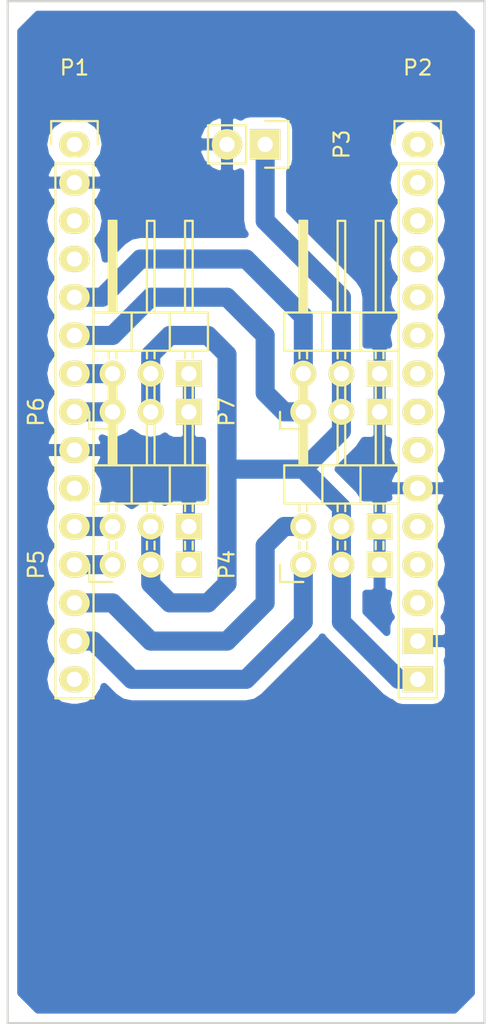
<source format=kicad_pcb>
(kicad_pcb (version 4) (host pcbnew 4.0.0-2.201512062335+6193~38~ubuntu15.04.1-stable)

  (general
    (links 29)
    (no_connects 0)
    (area 79.419667 50.089999 113.620334 118.185001)
    (thickness 1.6)
    (drawings 4)
    (tracks 53)
    (zones 0)
    (modules 7)
    (nets 28)
  )

  (page A4)
  (layers
    (0 F.Cu signal)
    (31 B.Cu signal)
    (32 B.Adhes user)
    (33 F.Adhes user)
    (34 B.Paste user)
    (35 F.Paste user)
    (36 B.SilkS user)
    (37 F.SilkS user)
    (38 B.Mask user)
    (39 F.Mask user)
    (40 Dwgs.User user)
    (41 Cmts.User user)
    (42 Eco1.User user)
    (43 Eco2.User user)
    (44 Edge.Cuts user)
    (45 Margin user)
    (46 B.CrtYd user)
    (47 F.CrtYd user)
    (48 B.Fab user)
    (49 F.Fab user)
  )

  (setup
    (last_trace_width 1.27)
    (trace_clearance 0.762)
    (zone_clearance 0.254)
    (zone_45_only no)
    (trace_min 1.27)
    (segment_width 0.2)
    (edge_width 0.15)
    (via_size 0.6)
    (via_drill 0.4)
    (via_min_size 0.4)
    (via_min_drill 0.3)
    (uvia_size 0.3)
    (uvia_drill 0.1)
    (uvias_allowed no)
    (uvia_min_size 0)
    (uvia_min_drill 0)
    (pcb_text_width 0.3)
    (pcb_text_size 1.5 1.5)
    (mod_edge_width 0.15)
    (mod_text_size 1 1)
    (mod_text_width 0.15)
    (pad_size 2.032 1.7272)
    (pad_drill 1.016)
    (pad_to_mask_clearance 0.2)
    (aux_axis_origin 0 0)
    (visible_elements FFFFFF7F)
    (pcbplotparams
      (layerselection 0x00000_80000000)
      (usegerberextensions false)
      (excludeedgelayer true)
      (linewidth 0.100000)
      (plotframeref false)
      (viasonmask false)
      (mode 1)
      (useauxorigin false)
      (hpglpennumber 1)
      (hpglpenspeed 20)
      (hpglpendiameter 15)
      (hpglpenoverlay 2)
      (psnegative false)
      (psa4output false)
      (plotreference true)
      (plotvalue true)
      (plotinvisibletext false)
      (padsonsilk false)
      (subtractmaskfromsilk false)
      (outputformat 1)
      (mirror false)
      (drillshape 0)
      (scaleselection 1)
      (outputdirectory ""))
  )

  (net 0 "")
  (net 1 "Net-(P1-Pad1)")
  (net 2 GND)
  (net 3 "Net-(P1-Pad3)")
  (net 4 "Net-(P1-Pad4)")
  (net 5 D8)
  (net 6 D7)
  (net 7 D6)
  (net 8 D5)
  (net 9 "Net-(P1-Pad10)")
  (net 10 D4)
  (net 11 D3)
  (net 12 D2)
  (net 13 D1)
  (net 14 "Net-(P1-Pad15)")
  (net 15 "Net-(P2-Pad1)")
  (net 16 "Net-(P2-Pad2)")
  (net 17 "Net-(P2-Pad3)")
  (net 18 "Net-(P2-Pad4)")
  (net 19 "Net-(P2-Pad5)")
  (net 20 "Net-(P2-Pad6)")
  (net 21 "Net-(P2-Pad7)")
  (net 22 "Net-(P2-Pad8)")
  (net 23 "Net-(P2-Pad9)")
  (net 24 "Net-(P2-Pad11)")
  (net 25 "Net-(P2-Pad12)")
  (net 26 "Net-(P2-Pad13)")
  (net 27 V+)

  (net_class Default "This is the default net class."
    (clearance 0.762)
    (trace_width 1.27)
    (via_dia 0.6)
    (via_drill 0.4)
    (uvia_dia 0.3)
    (uvia_drill 0.1)
    (add_net D1)
    (add_net D2)
    (add_net D3)
    (add_net D4)
    (add_net D5)
    (add_net D6)
    (add_net D7)
    (add_net D8)
    (add_net GND)
    (add_net "Net-(P1-Pad1)")
    (add_net "Net-(P1-Pad10)")
    (add_net "Net-(P1-Pad15)")
    (add_net "Net-(P1-Pad3)")
    (add_net "Net-(P1-Pad4)")
    (add_net "Net-(P2-Pad1)")
    (add_net "Net-(P2-Pad11)")
    (add_net "Net-(P2-Pad12)")
    (add_net "Net-(P2-Pad13)")
    (add_net "Net-(P2-Pad2)")
    (add_net "Net-(P2-Pad3)")
    (add_net "Net-(P2-Pad4)")
    (add_net "Net-(P2-Pad5)")
    (add_net "Net-(P2-Pad6)")
    (add_net "Net-(P2-Pad7)")
    (add_net "Net-(P2-Pad8)")
    (add_net "Net-(P2-Pad9)")
    (add_net V+)
  )

  (module Pin_Headers:Pin_Header_Straight_1x15 placed (layer F.Cu) (tedit 5696253D) (tstamp 5693D7B3)
    (at 85.09 59.69)
    (descr "Through hole pin header")
    (tags "pin header")
    (path /5693D00D)
    (fp_text reference P1 (at 0 -5.1) (layer F.SilkS)
      (effects (font (size 1 1) (thickness 0.15)))
    )
    (fp_text value CONN_01X15 (at 0 -3.1) (layer F.Fab)
      (effects (font (size 1 1) (thickness 0.15)))
    )
    (fp_line (start -1.75 -1.75) (end -1.75 37.35) (layer F.CrtYd) (width 0.05))
    (fp_line (start 1.75 -1.75) (end 1.75 37.35) (layer F.CrtYd) (width 0.05))
    (fp_line (start -1.75 -1.75) (end 1.75 -1.75) (layer F.CrtYd) (width 0.05))
    (fp_line (start -1.75 37.35) (end 1.75 37.35) (layer F.CrtYd) (width 0.05))
    (fp_line (start -1.27 1.27) (end -1.27 36.83) (layer F.SilkS) (width 0.15))
    (fp_line (start -1.27 36.83) (end 1.27 36.83) (layer F.SilkS) (width 0.15))
    (fp_line (start 1.27 36.83) (end 1.27 1.27) (layer F.SilkS) (width 0.15))
    (fp_line (start 1.55 -1.55) (end 1.55 0) (layer F.SilkS) (width 0.15))
    (fp_line (start 1.27 1.27) (end -1.27 1.27) (layer F.SilkS) (width 0.15))
    (fp_line (start -1.55 0) (end -1.55 -1.55) (layer F.SilkS) (width 0.15))
    (fp_line (start -1.55 -1.55) (end 1.55 -1.55) (layer F.SilkS) (width 0.15))
    (pad 1 thru_hole oval (at 0 0) (size 2.032 1.7272) (drill 1.016) (layers *.Cu *.Mask F.SilkS)
      (net 1 "Net-(P1-Pad1)"))
    (pad 2 thru_hole oval (at 0 2.54) (size 2.032 1.7272) (drill 1.016) (layers *.Cu *.Mask F.SilkS)
      (net 2 GND))
    (pad 3 thru_hole oval (at 0 5.08) (size 2.032 1.7272) (drill 1.016) (layers *.Cu *.Mask F.SilkS)
      (net 3 "Net-(P1-Pad3)"))
    (pad 4 thru_hole oval (at 0 7.62) (size 2.032 1.7272) (drill 1.016) (layers *.Cu *.Mask F.SilkS)
      (net 4 "Net-(P1-Pad4)"))
    (pad 5 thru_hole oval (at 0 10.16) (size 2.032 1.7272) (drill 1.016) (layers *.Cu *.Mask F.SilkS)
      (net 5 D8))
    (pad 6 thru_hole oval (at 0 12.7) (size 2.032 1.7272) (drill 1.016) (layers *.Cu *.Mask F.SilkS)
      (net 6 D7))
    (pad 7 thru_hole oval (at 0 15.24) (size 2.032 1.7272) (drill 1.016) (layers *.Cu *.Mask F.SilkS)
      (net 7 D6))
    (pad 8 thru_hole oval (at 0 17.78) (size 2.032 1.7272) (drill 1.016) (layers *.Cu *.Mask F.SilkS)
      (net 8 D5))
    (pad 9 thru_hole oval (at 0 20.32) (size 2.032 1.7272) (drill 1.016) (layers *.Cu *.Mask F.SilkS)
      (net 2 GND))
    (pad 10 thru_hole oval (at 0 22.86) (size 2.032 1.7272) (drill 1.016) (layers *.Cu *.Mask F.SilkS)
      (net 9 "Net-(P1-Pad10)"))
    (pad 11 thru_hole oval (at 0 25.4) (size 2.032 1.7272) (drill 1.016) (layers *.Cu *.Mask F.SilkS)
      (net 10 D4))
    (pad 12 thru_hole oval (at 0 27.94) (size 2.032 1.7272) (drill 1.016) (layers *.Cu *.Mask F.SilkS)
      (net 11 D3))
    (pad 13 thru_hole oval (at 0 30.48) (size 2.032 1.7272) (drill 1.016) (layers *.Cu *.Mask F.SilkS)
      (net 12 D2))
    (pad 14 thru_hole oval (at 0 33.02) (size 2.032 1.7272) (drill 1.016) (layers *.Cu *.Mask F.SilkS)
      (net 13 D1))
    (pad 15 thru_hole oval (at 0 35.56) (size 2.032 1.7272) (drill 1.016) (layers *.Cu *.Mask F.SilkS)
      (net 14 "Net-(P1-Pad15)"))
    (model Pin_Headers.3dshapes/Pin_Header_Straight_1x15.wrl
      (at (xyz 0 -0.7 0))
      (scale (xyz 1 1 1))
      (rotate (xyz 0 0 90))
    )
  )

  (module Pin_Headers:Pin_Header_Straight_1x15 placed (layer F.Cu) (tedit 569625D3) (tstamp 5693D7C6)
    (at 107.95 59.69)
    (descr "Through hole pin header")
    (tags "pin header")
    (path /5693D0BB)
    (fp_text reference P2 (at 0 -5.1) (layer F.SilkS)
      (effects (font (size 1 1) (thickness 0.15)))
    )
    (fp_text value CONN_01X15 (at 0 -3.1) (layer F.Fab)
      (effects (font (size 1 1) (thickness 0.15)))
    )
    (fp_line (start -1.75 -1.75) (end -1.75 37.35) (layer F.CrtYd) (width 0.05))
    (fp_line (start 1.75 -1.75) (end 1.75 37.35) (layer F.CrtYd) (width 0.05))
    (fp_line (start -1.75 -1.75) (end 1.75 -1.75) (layer F.CrtYd) (width 0.05))
    (fp_line (start -1.75 37.35) (end 1.75 37.35) (layer F.CrtYd) (width 0.05))
    (fp_line (start -1.27 1.27) (end -1.27 36.83) (layer F.SilkS) (width 0.15))
    (fp_line (start -1.27 36.83) (end 1.27 36.83) (layer F.SilkS) (width 0.15))
    (fp_line (start 1.27 36.83) (end 1.27 1.27) (layer F.SilkS) (width 0.15))
    (fp_line (start 1.55 -1.55) (end 1.55 0) (layer F.SilkS) (width 0.15))
    (fp_line (start 1.27 1.27) (end -1.27 1.27) (layer F.SilkS) (width 0.15))
    (fp_line (start -1.55 0) (end -1.55 -1.55) (layer F.SilkS) (width 0.15))
    (fp_line (start -1.55 -1.55) (end 1.55 -1.55) (layer F.SilkS) (width 0.15))
    (pad 1 thru_hole oval (at 0 0) (size 2.032 1.7272) (drill 1.016) (layers *.Cu *.Mask F.SilkS)
      (net 15 "Net-(P2-Pad1)"))
    (pad 2 thru_hole oval (at 0 2.54) (size 2.032 1.7272) (drill 1.016) (layers *.Cu *.Mask F.SilkS)
      (net 16 "Net-(P2-Pad2)"))
    (pad 3 thru_hole oval (at 0 5.08) (size 2.032 1.7272) (drill 1.016) (layers *.Cu *.Mask F.SilkS)
      (net 17 "Net-(P2-Pad3)"))
    (pad 4 thru_hole oval (at 0 7.62) (size 2.032 1.7272) (drill 1.016) (layers *.Cu *.Mask F.SilkS)
      (net 18 "Net-(P2-Pad4)"))
    (pad 5 thru_hole oval (at 0 10.16) (size 2.032 1.7272) (drill 1.016) (layers *.Cu *.Mask F.SilkS)
      (net 19 "Net-(P2-Pad5)"))
    (pad 6 thru_hole oval (at 0 12.7) (size 2.032 1.7272) (drill 1.016) (layers *.Cu *.Mask F.SilkS)
      (net 20 "Net-(P2-Pad6)"))
    (pad 7 thru_hole oval (at 0 15.24) (size 2.032 1.7272) (drill 1.016) (layers *.Cu *.Mask F.SilkS)
      (net 21 "Net-(P2-Pad7)"))
    (pad 8 thru_hole oval (at 0 17.78) (size 2.032 1.7272) (drill 1.016) (layers *.Cu *.Mask F.SilkS)
      (net 22 "Net-(P2-Pad8)"))
    (pad 9 thru_hole oval (at 0 20.32) (size 2.032 1.7272) (drill 1.016) (layers *.Cu *.Mask F.SilkS)
      (net 23 "Net-(P2-Pad9)"))
    (pad 10 thru_hole oval (at 0 22.86) (size 2.032 1.7272) (drill 1.016) (layers *.Cu *.Mask F.SilkS)
      (net 2 GND))
    (pad 11 thru_hole oval (at 0 25.4) (size 2.032 1.7272) (drill 1.016) (layers *.Cu *.Mask F.SilkS)
      (net 24 "Net-(P2-Pad11)"))
    (pad 12 thru_hole oval (at 0 27.94) (size 2.032 1.7272) (drill 1.016) (layers *.Cu *.Mask F.SilkS)
      (net 25 "Net-(P2-Pad12)"))
    (pad 13 thru_hole oval (at 0 30.48) (size 2.032 1.7272) (drill 1.016) (layers *.Cu *.Mask F.SilkS)
      (net 26 "Net-(P2-Pad13)"))
    (pad 14 thru_hole rect (at 0 33.02) (size 2.032 1.7272) (drill 1.016) (layers *.Cu *.Mask F.SilkS)
      (net 2 GND))
    (pad 15 thru_hole rect (at 0 35.56) (size 2.032 1.7272) (drill 1.016) (layers *.Cu *.Mask F.SilkS)
      (net 27 V+))
    (model Pin_Headers.3dshapes/Pin_Header_Straight_1x15.wrl
      (at (xyz 0 -0.7 0))
      (scale (xyz 1 1 1))
      (rotate (xyz 0 0 90))
    )
  )

  (module Pin_Headers:Pin_Header_Straight_1x02 placed (layer F.Cu) (tedit 54EA090C) (tstamp 5693D7CC)
    (at 97.79 59.69 270)
    (descr "Through hole pin header")
    (tags "pin header")
    (path /5693E171)
    (fp_text reference P3 (at 0 -5.1 270) (layer F.SilkS)
      (effects (font (size 1 1) (thickness 0.15)))
    )
    (fp_text value CONN_01X02 (at 0 -3.1 270) (layer F.Fab)
      (effects (font (size 1 1) (thickness 0.15)))
    )
    (fp_line (start 1.27 1.27) (end 1.27 3.81) (layer F.SilkS) (width 0.15))
    (fp_line (start 1.55 -1.55) (end 1.55 0) (layer F.SilkS) (width 0.15))
    (fp_line (start -1.75 -1.75) (end -1.75 4.3) (layer F.CrtYd) (width 0.05))
    (fp_line (start 1.75 -1.75) (end 1.75 4.3) (layer F.CrtYd) (width 0.05))
    (fp_line (start -1.75 -1.75) (end 1.75 -1.75) (layer F.CrtYd) (width 0.05))
    (fp_line (start -1.75 4.3) (end 1.75 4.3) (layer F.CrtYd) (width 0.05))
    (fp_line (start 1.27 1.27) (end -1.27 1.27) (layer F.SilkS) (width 0.15))
    (fp_line (start -1.55 0) (end -1.55 -1.55) (layer F.SilkS) (width 0.15))
    (fp_line (start -1.55 -1.55) (end 1.55 -1.55) (layer F.SilkS) (width 0.15))
    (fp_line (start -1.27 1.27) (end -1.27 3.81) (layer F.SilkS) (width 0.15))
    (fp_line (start -1.27 3.81) (end 1.27 3.81) (layer F.SilkS) (width 0.15))
    (pad 1 thru_hole rect (at 0 0 270) (size 2.032 2.032) (drill 1.016) (layers *.Cu *.Mask F.SilkS)
      (net 27 V+))
    (pad 2 thru_hole oval (at 0 2.54 270) (size 2.032 2.032) (drill 1.016) (layers *.Cu *.Mask F.SilkS)
      (net 2 GND))
    (model Pin_Headers.3dshapes/Pin_Header_Straight_1x02.wrl
      (at (xyz 0 -0.05 0))
      (scale (xyz 1 1 1))
      (rotate (xyz 0 0 90))
    )
  )

  (module Pin_Headers:Pin_Header_Angled_2x03 placed (layer F.Cu) (tedit 56951E55) (tstamp 5693D7D6)
    (at 100.33 87.63 90)
    (descr "Through hole pin header")
    (tags "pin header")
    (path /5693D1B5)
    (fp_text reference P4 (at 0 -5.1 90) (layer F.SilkS)
      (effects (font (size 1 1) (thickness 0.15)))
    )
    (fp_text value CONN_02X03 (at 0 -3.1 90) (layer F.Fab)
      (effects (font (size 1 1) (thickness 0.15)))
    )
    (fp_line (start -1.35 -1.75) (end -1.35 6.85) (layer F.CrtYd) (width 0.05))
    (fp_line (start 13.2 -1.75) (end 13.2 6.85) (layer F.CrtYd) (width 0.05))
    (fp_line (start -1.35 -1.75) (end 13.2 -1.75) (layer F.CrtYd) (width 0.05))
    (fp_line (start -1.35 6.85) (end 13.2 6.85) (layer F.CrtYd) (width 0.05))
    (fp_line (start 1.524 5.334) (end 1.016 5.334) (layer F.SilkS) (width 0.15))
    (fp_line (start 1.524 4.826) (end 1.016 4.826) (layer F.SilkS) (width 0.15))
    (fp_line (start 1.524 2.794) (end 1.016 2.794) (layer F.SilkS) (width 0.15))
    (fp_line (start 1.524 2.286) (end 1.016 2.286) (layer F.SilkS) (width 0.15))
    (fp_line (start 1.524 0.254) (end 1.016 0.254) (layer F.SilkS) (width 0.15))
    (fp_line (start 1.524 -0.254) (end 1.016 -0.254) (layer F.SilkS) (width 0.15))
    (fp_line (start 4.064 2.286) (end 3.556 2.286) (layer F.SilkS) (width 0.15))
    (fp_line (start 4.064 2.794) (end 3.556 2.794) (layer F.SilkS) (width 0.15))
    (fp_line (start 4.064 4.826) (end 3.556 4.826) (layer F.SilkS) (width 0.15))
    (fp_line (start 4.064 5.334) (end 3.556 5.334) (layer F.SilkS) (width 0.15))
    (fp_line (start 4.064 -0.254) (end 3.556 -0.254) (layer F.SilkS) (width 0.15))
    (fp_line (start 4.064 0.254) (end 3.556 0.254) (layer F.SilkS) (width 0.15))
    (fp_line (start 0 -1.55) (end -1.15 -1.55) (layer F.SilkS) (width 0.15))
    (fp_line (start -1.15 -1.55) (end -1.15 0) (layer F.SilkS) (width 0.15))
    (fp_line (start 6.604 -0.127) (end 12.573 -0.127) (layer F.SilkS) (width 0.15))
    (fp_line (start 12.573 -0.127) (end 12.573 0.127) (layer F.SilkS) (width 0.15))
    (fp_line (start 12.573 0.127) (end 6.731 0.127) (layer F.SilkS) (width 0.15))
    (fp_line (start 6.731 0.127) (end 6.731 0) (layer F.SilkS) (width 0.15))
    (fp_line (start 6.731 0) (end 12.573 0) (layer F.SilkS) (width 0.15))
    (fp_line (start 4.064 1.27) (end 4.064 3.81) (layer F.SilkS) (width 0.15))
    (fp_line (start 4.064 3.81) (end 6.604 3.81) (layer F.SilkS) (width 0.15))
    (fp_line (start 6.604 2.286) (end 12.7 2.286) (layer F.SilkS) (width 0.15))
    (fp_line (start 12.7 2.286) (end 12.7 2.794) (layer F.SilkS) (width 0.15))
    (fp_line (start 12.7 2.794) (end 6.604 2.794) (layer F.SilkS) (width 0.15))
    (fp_line (start 6.604 3.81) (end 6.604 1.27) (layer F.SilkS) (width 0.15))
    (fp_line (start 4.064 6.35) (end 6.604 6.35) (layer F.SilkS) (width 0.15))
    (fp_line (start 6.604 6.35) (end 6.604 3.81) (layer F.SilkS) (width 0.15))
    (fp_line (start 12.7 5.334) (end 6.604 5.334) (layer F.SilkS) (width 0.15))
    (fp_line (start 12.7 4.826) (end 12.7 5.334) (layer F.SilkS) (width 0.15))
    (fp_line (start 6.604 4.826) (end 12.7 4.826) (layer F.SilkS) (width 0.15))
    (fp_line (start 4.064 6.35) (end 6.604 6.35) (layer F.SilkS) (width 0.15))
    (fp_line (start 4.064 3.81) (end 4.064 6.35) (layer F.SilkS) (width 0.15))
    (fp_line (start 4.064 3.81) (end 6.604 3.81) (layer F.SilkS) (width 0.15))
    (fp_line (start 4.064 1.27) (end 6.604 1.27) (layer F.SilkS) (width 0.15))
    (fp_line (start 6.604 1.27) (end 6.604 -1.27) (layer F.SilkS) (width 0.15))
    (fp_line (start 12.7 0.254) (end 6.604 0.254) (layer F.SilkS) (width 0.15))
    (fp_line (start 12.7 -0.254) (end 12.7 0.254) (layer F.SilkS) (width 0.15))
    (fp_line (start 6.604 -0.254) (end 12.7 -0.254) (layer F.SilkS) (width 0.15))
    (fp_line (start 4.064 1.27) (end 6.604 1.27) (layer F.SilkS) (width 0.15))
    (fp_line (start 4.064 -1.27) (end 4.064 1.27) (layer F.SilkS) (width 0.15))
    (fp_line (start 4.064 -1.27) (end 6.604 -1.27) (layer F.SilkS) (width 0.15))
    (pad 1 thru_hole circle (at 0 0 90) (size 1.7272 1.7272) (drill 1.016) (layers *.Cu *.Mask F.SilkS)
      (net 13 D1))
    (pad 2 thru_hole oval (at 2.54 0 90) (size 1.7272 1.7272) (drill 1.016) (layers *.Cu *.Mask F.SilkS)
      (net 12 D2))
    (pad 3 thru_hole oval (at 0 2.54 90) (size 1.7272 1.7272) (drill 1.016) (layers *.Cu *.Mask F.SilkS)
      (net 27 V+))
    (pad 4 thru_hole oval (at 2.54 2.54 90) (size 1.7272 1.7272) (drill 1.016) (layers *.Cu *.Mask F.SilkS)
      (net 27 V+))
    (pad 5 thru_hole rect (at 0 5.08 90) (size 1.7272 1.7272) (drill 1.016) (layers *.Cu *.Mask F.SilkS)
      (net 2 GND))
    (pad 6 thru_hole rect (at 2.54 5.08 90) (size 1.7272 1.7272) (drill 1.016) (layers *.Cu *.Mask F.SilkS)
      (net 2 GND))
    (model Pin_Headers.3dshapes/Pin_Header_Angled_2x03.wrl
      (at (xyz 0.05 -0.1 0))
      (scale (xyz 1 1 1))
      (rotate (xyz 0 0 90))
    )
  )

  (module Pin_Headers:Pin_Header_Angled_2x03 placed (layer F.Cu) (tedit 56951E8F) (tstamp 5693D7E0)
    (at 87.63 87.63 90)
    (descr "Through hole pin header")
    (tags "pin header")
    (path /5693D13B)
    (fp_text reference P5 (at 0 -5.1 90) (layer F.SilkS)
      (effects (font (size 1 1) (thickness 0.15)))
    )
    (fp_text value CONN_02X03 (at 0 -3.1 90) (layer F.Fab)
      (effects (font (size 1 1) (thickness 0.15)))
    )
    (fp_line (start -1.35 -1.75) (end -1.35 6.85) (layer F.CrtYd) (width 0.05))
    (fp_line (start 13.2 -1.75) (end 13.2 6.85) (layer F.CrtYd) (width 0.05))
    (fp_line (start -1.35 -1.75) (end 13.2 -1.75) (layer F.CrtYd) (width 0.05))
    (fp_line (start -1.35 6.85) (end 13.2 6.85) (layer F.CrtYd) (width 0.05))
    (fp_line (start 1.524 5.334) (end 1.016 5.334) (layer F.SilkS) (width 0.15))
    (fp_line (start 1.524 4.826) (end 1.016 4.826) (layer F.SilkS) (width 0.15))
    (fp_line (start 1.524 2.794) (end 1.016 2.794) (layer F.SilkS) (width 0.15))
    (fp_line (start 1.524 2.286) (end 1.016 2.286) (layer F.SilkS) (width 0.15))
    (fp_line (start 1.524 0.254) (end 1.016 0.254) (layer F.SilkS) (width 0.15))
    (fp_line (start 1.524 -0.254) (end 1.016 -0.254) (layer F.SilkS) (width 0.15))
    (fp_line (start 4.064 2.286) (end 3.556 2.286) (layer F.SilkS) (width 0.15))
    (fp_line (start 4.064 2.794) (end 3.556 2.794) (layer F.SilkS) (width 0.15))
    (fp_line (start 4.064 4.826) (end 3.556 4.826) (layer F.SilkS) (width 0.15))
    (fp_line (start 4.064 5.334) (end 3.556 5.334) (layer F.SilkS) (width 0.15))
    (fp_line (start 4.064 -0.254) (end 3.556 -0.254) (layer F.SilkS) (width 0.15))
    (fp_line (start 4.064 0.254) (end 3.556 0.254) (layer F.SilkS) (width 0.15))
    (fp_line (start 0 -1.55) (end -1.15 -1.55) (layer F.SilkS) (width 0.15))
    (fp_line (start -1.15 -1.55) (end -1.15 0) (layer F.SilkS) (width 0.15))
    (fp_line (start 6.604 -0.127) (end 12.573 -0.127) (layer F.SilkS) (width 0.15))
    (fp_line (start 12.573 -0.127) (end 12.573 0.127) (layer F.SilkS) (width 0.15))
    (fp_line (start 12.573 0.127) (end 6.731 0.127) (layer F.SilkS) (width 0.15))
    (fp_line (start 6.731 0.127) (end 6.731 0) (layer F.SilkS) (width 0.15))
    (fp_line (start 6.731 0) (end 12.573 0) (layer F.SilkS) (width 0.15))
    (fp_line (start 4.064 1.27) (end 4.064 3.81) (layer F.SilkS) (width 0.15))
    (fp_line (start 4.064 3.81) (end 6.604 3.81) (layer F.SilkS) (width 0.15))
    (fp_line (start 6.604 2.286) (end 12.7 2.286) (layer F.SilkS) (width 0.15))
    (fp_line (start 12.7 2.286) (end 12.7 2.794) (layer F.SilkS) (width 0.15))
    (fp_line (start 12.7 2.794) (end 6.604 2.794) (layer F.SilkS) (width 0.15))
    (fp_line (start 6.604 3.81) (end 6.604 1.27) (layer F.SilkS) (width 0.15))
    (fp_line (start 4.064 6.35) (end 6.604 6.35) (layer F.SilkS) (width 0.15))
    (fp_line (start 6.604 6.35) (end 6.604 3.81) (layer F.SilkS) (width 0.15))
    (fp_line (start 12.7 5.334) (end 6.604 5.334) (layer F.SilkS) (width 0.15))
    (fp_line (start 12.7 4.826) (end 12.7 5.334) (layer F.SilkS) (width 0.15))
    (fp_line (start 6.604 4.826) (end 12.7 4.826) (layer F.SilkS) (width 0.15))
    (fp_line (start 4.064 6.35) (end 6.604 6.35) (layer F.SilkS) (width 0.15))
    (fp_line (start 4.064 3.81) (end 4.064 6.35) (layer F.SilkS) (width 0.15))
    (fp_line (start 4.064 3.81) (end 6.604 3.81) (layer F.SilkS) (width 0.15))
    (fp_line (start 4.064 1.27) (end 6.604 1.27) (layer F.SilkS) (width 0.15))
    (fp_line (start 6.604 1.27) (end 6.604 -1.27) (layer F.SilkS) (width 0.15))
    (fp_line (start 12.7 0.254) (end 6.604 0.254) (layer F.SilkS) (width 0.15))
    (fp_line (start 12.7 -0.254) (end 12.7 0.254) (layer F.SilkS) (width 0.15))
    (fp_line (start 6.604 -0.254) (end 12.7 -0.254) (layer F.SilkS) (width 0.15))
    (fp_line (start 4.064 1.27) (end 6.604 1.27) (layer F.SilkS) (width 0.15))
    (fp_line (start 4.064 -1.27) (end 4.064 1.27) (layer F.SilkS) (width 0.15))
    (fp_line (start 4.064 -1.27) (end 6.604 -1.27) (layer F.SilkS) (width 0.15))
    (pad 1 thru_hole circle (at 0 0 90) (size 1.7272 1.7272) (drill 1.016) (layers *.Cu *.Mask F.SilkS)
      (net 11 D3))
    (pad 2 thru_hole oval (at 2.54 0 90) (size 1.7272 1.7272) (drill 1.016) (layers *.Cu *.Mask F.SilkS)
      (net 10 D4))
    (pad 3 thru_hole oval (at 0 2.54 90) (size 1.7272 1.7272) (drill 1.016) (layers *.Cu *.Mask F.SilkS)
      (net 27 V+))
    (pad 4 thru_hole oval (at 2.54 2.54 90) (size 1.7272 1.7272) (drill 1.016) (layers *.Cu *.Mask F.SilkS)
      (net 27 V+))
    (pad 5 thru_hole rect (at 0 5.08 90) (size 1.7272 1.7272) (drill 1.016) (layers *.Cu *.Mask F.SilkS)
      (net 2 GND))
    (pad 6 thru_hole rect (at 2.54 5.08 90) (size 1.7272 1.7272) (drill 1.016) (layers *.Cu *.Mask F.SilkS)
      (net 2 GND))
    (model Pin_Headers.3dshapes/Pin_Header_Angled_2x03.wrl
      (at (xyz 0.05 -0.1 0))
      (scale (xyz 1 1 1))
      (rotate (xyz 0 0 90))
    )
  )

  (module Pin_Headers:Pin_Header_Angled_2x03 placed (layer F.Cu) (tedit 56962504) (tstamp 5693D7EA)
    (at 87.63 77.47 90)
    (descr "Through hole pin header")
    (tags "pin header")
    (path /5693D1F3)
    (fp_text reference P6 (at 0 -5.1 90) (layer F.SilkS)
      (effects (font (size 1 1) (thickness 0.15)))
    )
    (fp_text value CONN_02X03 (at 0 -3.1 90) (layer F.Fab)
      (effects (font (size 1 1) (thickness 0.15)))
    )
    (fp_line (start -1.35 -1.75) (end -1.35 6.85) (layer F.CrtYd) (width 0.05))
    (fp_line (start 13.2 -1.75) (end 13.2 6.85) (layer F.CrtYd) (width 0.05))
    (fp_line (start -1.35 -1.75) (end 13.2 -1.75) (layer F.CrtYd) (width 0.05))
    (fp_line (start -1.35 6.85) (end 13.2 6.85) (layer F.CrtYd) (width 0.05))
    (fp_line (start 1.524 5.334) (end 1.016 5.334) (layer F.SilkS) (width 0.15))
    (fp_line (start 1.524 4.826) (end 1.016 4.826) (layer F.SilkS) (width 0.15))
    (fp_line (start 1.524 2.794) (end 1.016 2.794) (layer F.SilkS) (width 0.15))
    (fp_line (start 1.524 2.286) (end 1.016 2.286) (layer F.SilkS) (width 0.15))
    (fp_line (start 1.524 0.254) (end 1.016 0.254) (layer F.SilkS) (width 0.15))
    (fp_line (start 1.524 -0.254) (end 1.016 -0.254) (layer F.SilkS) (width 0.15))
    (fp_line (start 4.064 2.286) (end 3.556 2.286) (layer F.SilkS) (width 0.15))
    (fp_line (start 4.064 2.794) (end 3.556 2.794) (layer F.SilkS) (width 0.15))
    (fp_line (start 4.064 4.826) (end 3.556 4.826) (layer F.SilkS) (width 0.15))
    (fp_line (start 4.064 5.334) (end 3.556 5.334) (layer F.SilkS) (width 0.15))
    (fp_line (start 4.064 -0.254) (end 3.556 -0.254) (layer F.SilkS) (width 0.15))
    (fp_line (start 4.064 0.254) (end 3.556 0.254) (layer F.SilkS) (width 0.15))
    (fp_line (start 0 -1.55) (end -1.15 -1.55) (layer F.SilkS) (width 0.15))
    (fp_line (start -1.15 -1.55) (end -1.15 0) (layer F.SilkS) (width 0.15))
    (fp_line (start 6.604 -0.127) (end 12.573 -0.127) (layer F.SilkS) (width 0.15))
    (fp_line (start 12.573 -0.127) (end 12.573 0.127) (layer F.SilkS) (width 0.15))
    (fp_line (start 12.573 0.127) (end 6.731 0.127) (layer F.SilkS) (width 0.15))
    (fp_line (start 6.731 0.127) (end 6.731 0) (layer F.SilkS) (width 0.15))
    (fp_line (start 6.731 0) (end 12.573 0) (layer F.SilkS) (width 0.15))
    (fp_line (start 4.064 1.27) (end 4.064 3.81) (layer F.SilkS) (width 0.15))
    (fp_line (start 4.064 3.81) (end 6.604 3.81) (layer F.SilkS) (width 0.15))
    (fp_line (start 6.604 2.286) (end 12.7 2.286) (layer F.SilkS) (width 0.15))
    (fp_line (start 12.7 2.286) (end 12.7 2.794) (layer F.SilkS) (width 0.15))
    (fp_line (start 12.7 2.794) (end 6.604 2.794) (layer F.SilkS) (width 0.15))
    (fp_line (start 6.604 3.81) (end 6.604 1.27) (layer F.SilkS) (width 0.15))
    (fp_line (start 4.064 6.35) (end 6.604 6.35) (layer F.SilkS) (width 0.15))
    (fp_line (start 6.604 6.35) (end 6.604 3.81) (layer F.SilkS) (width 0.15))
    (fp_line (start 12.7 5.334) (end 6.604 5.334) (layer F.SilkS) (width 0.15))
    (fp_line (start 12.7 4.826) (end 12.7 5.334) (layer F.SilkS) (width 0.15))
    (fp_line (start 6.604 4.826) (end 12.7 4.826) (layer F.SilkS) (width 0.15))
    (fp_line (start 4.064 6.35) (end 6.604 6.35) (layer F.SilkS) (width 0.15))
    (fp_line (start 4.064 3.81) (end 4.064 6.35) (layer F.SilkS) (width 0.15))
    (fp_line (start 4.064 3.81) (end 6.604 3.81) (layer F.SilkS) (width 0.15))
    (fp_line (start 4.064 1.27) (end 6.604 1.27) (layer F.SilkS) (width 0.15))
    (fp_line (start 6.604 1.27) (end 6.604 -1.27) (layer F.SilkS) (width 0.15))
    (fp_line (start 12.7 0.254) (end 6.604 0.254) (layer F.SilkS) (width 0.15))
    (fp_line (start 12.7 -0.254) (end 12.7 0.254) (layer F.SilkS) (width 0.15))
    (fp_line (start 6.604 -0.254) (end 12.7 -0.254) (layer F.SilkS) (width 0.15))
    (fp_line (start 4.064 1.27) (end 6.604 1.27) (layer F.SilkS) (width 0.15))
    (fp_line (start 4.064 -1.27) (end 4.064 1.27) (layer F.SilkS) (width 0.15))
    (fp_line (start 4.064 -1.27) (end 6.604 -1.27) (layer F.SilkS) (width 0.15))
    (pad 1 thru_hole circle (at 0 0 90) (size 1.7272 1.7272) (drill 1.016) (layers *.Cu *.Mask F.SilkS)
      (net 8 D5))
    (pad 2 thru_hole oval (at 2.54 0 90) (size 1.7272 1.7272) (drill 1.016) (layers *.Cu *.Mask F.SilkS)
      (net 7 D6))
    (pad 3 thru_hole oval (at 0 2.54 90) (size 1.7272 1.7272) (drill 1.016) (layers *.Cu *.Mask F.SilkS)
      (net 27 V+))
    (pad 4 thru_hole oval (at 2.54 2.54 90) (size 1.7272 1.7272) (drill 1.016) (layers *.Cu *.Mask F.SilkS)
      (net 27 V+))
    (pad 5 thru_hole rect (at 0 5.08 90) (size 1.7272 1.7272) (drill 1.016) (layers *.Cu *.Mask F.SilkS)
      (net 2 GND))
    (pad 6 thru_hole rect (at 2.54 5.08 90) (size 1.7272 1.7272) (drill 1.016) (layers *.Cu *.Mask F.SilkS)
      (net 2 GND))
    (model Pin_Headers.3dshapes/Pin_Header_Angled_2x03.wrl
      (at (xyz 0.05 -0.1 0))
      (scale (xyz 1 1 1))
      (rotate (xyz 0 0 90))
    )
  )

  (module Pin_Headers:Pin_Header_Angled_2x03 placed (layer F.Cu) (tedit 56962529) (tstamp 5693D7F4)
    (at 100.33 77.47 90)
    (descr "Through hole pin header")
    (tags "pin header")
    (path /5693D22A)
    (fp_text reference P7 (at 0 -5.1 90) (layer F.SilkS)
      (effects (font (size 1 1) (thickness 0.15)))
    )
    (fp_text value CONN_02X03 (at 0 -3.1 90) (layer F.Fab)
      (effects (font (size 1 1) (thickness 0.15)))
    )
    (fp_line (start -1.35 -1.75) (end -1.35 6.85) (layer F.CrtYd) (width 0.05))
    (fp_line (start 13.2 -1.75) (end 13.2 6.85) (layer F.CrtYd) (width 0.05))
    (fp_line (start -1.35 -1.75) (end 13.2 -1.75) (layer F.CrtYd) (width 0.05))
    (fp_line (start -1.35 6.85) (end 13.2 6.85) (layer F.CrtYd) (width 0.05))
    (fp_line (start 1.524 5.334) (end 1.016 5.334) (layer F.SilkS) (width 0.15))
    (fp_line (start 1.524 4.826) (end 1.016 4.826) (layer F.SilkS) (width 0.15))
    (fp_line (start 1.524 2.794) (end 1.016 2.794) (layer F.SilkS) (width 0.15))
    (fp_line (start 1.524 2.286) (end 1.016 2.286) (layer F.SilkS) (width 0.15))
    (fp_line (start 1.524 0.254) (end 1.016 0.254) (layer F.SilkS) (width 0.15))
    (fp_line (start 1.524 -0.254) (end 1.016 -0.254) (layer F.SilkS) (width 0.15))
    (fp_line (start 4.064 2.286) (end 3.556 2.286) (layer F.SilkS) (width 0.15))
    (fp_line (start 4.064 2.794) (end 3.556 2.794) (layer F.SilkS) (width 0.15))
    (fp_line (start 4.064 4.826) (end 3.556 4.826) (layer F.SilkS) (width 0.15))
    (fp_line (start 4.064 5.334) (end 3.556 5.334) (layer F.SilkS) (width 0.15))
    (fp_line (start 4.064 -0.254) (end 3.556 -0.254) (layer F.SilkS) (width 0.15))
    (fp_line (start 4.064 0.254) (end 3.556 0.254) (layer F.SilkS) (width 0.15))
    (fp_line (start 0 -1.55) (end -1.15 -1.55) (layer F.SilkS) (width 0.15))
    (fp_line (start -1.15 -1.55) (end -1.15 0) (layer F.SilkS) (width 0.15))
    (fp_line (start 6.604 -0.127) (end 12.573 -0.127) (layer F.SilkS) (width 0.15))
    (fp_line (start 12.573 -0.127) (end 12.573 0.127) (layer F.SilkS) (width 0.15))
    (fp_line (start 12.573 0.127) (end 6.731 0.127) (layer F.SilkS) (width 0.15))
    (fp_line (start 6.731 0.127) (end 6.731 0) (layer F.SilkS) (width 0.15))
    (fp_line (start 6.731 0) (end 12.573 0) (layer F.SilkS) (width 0.15))
    (fp_line (start 4.064 1.27) (end 4.064 3.81) (layer F.SilkS) (width 0.15))
    (fp_line (start 4.064 3.81) (end 6.604 3.81) (layer F.SilkS) (width 0.15))
    (fp_line (start 6.604 2.286) (end 12.7 2.286) (layer F.SilkS) (width 0.15))
    (fp_line (start 12.7 2.286) (end 12.7 2.794) (layer F.SilkS) (width 0.15))
    (fp_line (start 12.7 2.794) (end 6.604 2.794) (layer F.SilkS) (width 0.15))
    (fp_line (start 6.604 3.81) (end 6.604 1.27) (layer F.SilkS) (width 0.15))
    (fp_line (start 4.064 6.35) (end 6.604 6.35) (layer F.SilkS) (width 0.15))
    (fp_line (start 6.604 6.35) (end 6.604 3.81) (layer F.SilkS) (width 0.15))
    (fp_line (start 12.7 5.334) (end 6.604 5.334) (layer F.SilkS) (width 0.15))
    (fp_line (start 12.7 4.826) (end 12.7 5.334) (layer F.SilkS) (width 0.15))
    (fp_line (start 6.604 4.826) (end 12.7 4.826) (layer F.SilkS) (width 0.15))
    (fp_line (start 4.064 6.35) (end 6.604 6.35) (layer F.SilkS) (width 0.15))
    (fp_line (start 4.064 3.81) (end 4.064 6.35) (layer F.SilkS) (width 0.15))
    (fp_line (start 4.064 3.81) (end 6.604 3.81) (layer F.SilkS) (width 0.15))
    (fp_line (start 4.064 1.27) (end 6.604 1.27) (layer F.SilkS) (width 0.15))
    (fp_line (start 6.604 1.27) (end 6.604 -1.27) (layer F.SilkS) (width 0.15))
    (fp_line (start 12.7 0.254) (end 6.604 0.254) (layer F.SilkS) (width 0.15))
    (fp_line (start 12.7 -0.254) (end 12.7 0.254) (layer F.SilkS) (width 0.15))
    (fp_line (start 6.604 -0.254) (end 12.7 -0.254) (layer F.SilkS) (width 0.15))
    (fp_line (start 4.064 1.27) (end 6.604 1.27) (layer F.SilkS) (width 0.15))
    (fp_line (start 4.064 -1.27) (end 4.064 1.27) (layer F.SilkS) (width 0.15))
    (fp_line (start 4.064 -1.27) (end 6.604 -1.27) (layer F.SilkS) (width 0.15))
    (pad 1 thru_hole circle (at 0 0 90) (size 1.7272 1.7272) (drill 1.016) (layers *.Cu *.Mask F.SilkS)
      (net 6 D7))
    (pad 2 thru_hole oval (at 2.54 0 90) (size 1.7272 1.7272) (drill 1.016) (layers *.Cu *.Mask F.SilkS)
      (net 5 D8))
    (pad 3 thru_hole oval (at 0 2.54 90) (size 1.7272 1.7272) (drill 1.016) (layers *.Cu *.Mask F.SilkS)
      (net 27 V+))
    (pad 4 thru_hole oval (at 2.54 2.54 90) (size 1.7272 1.7272) (drill 1.016) (layers *.Cu *.Mask F.SilkS)
      (net 27 V+))
    (pad 5 thru_hole rect (at 0 5.08 90) (size 1.7272 1.7272) (drill 1.016) (layers *.Cu *.Mask F.SilkS)
      (net 2 GND))
    (pad 6 thru_hole rect (at 2.54 5.08 90) (size 1.7272 1.7272) (drill 1.016) (layers *.Cu *.Mask F.SilkS)
      (net 2 GND))
    (model Pin_Headers.3dshapes/Pin_Header_Angled_2x03.wrl
      (at (xyz 0.05 -0.1 0))
      (scale (xyz 1 1 1))
      (rotate (xyz 0 0 90))
    )
  )

  (gr_line (start 80.645 50.165) (end 80.645 118.11) (angle 90) (layer Edge.Cuts) (width 0.15))
  (gr_line (start 112.395 50.165) (end 80.645 50.165) (angle 90) (layer Edge.Cuts) (width 0.15))
  (gr_line (start 112.395 118.11) (end 112.395 50.165) (angle 90) (layer Edge.Cuts) (width 0.15))
  (gr_line (start 80.645 118.11) (end 112.395 118.11) (angle 90) (layer Edge.Cuts) (width 0.15))

  (segment (start 85.09 69.85) (end 86.937104 69.85) (width 1.27) (layer B.Cu) (net 5))
  (segment (start 100.33 71.12) (end 100.33 74.93) (width 1.27) (layer B.Cu) (net 5) (tstamp 56951ABE))
  (segment (start 96.52 67.31) (end 100.33 71.12) (width 1.27) (layer B.Cu) (net 5) (tstamp 56951AB6))
  (segment (start 89.477104 67.31) (end 96.52 67.31) (width 1.27) (layer B.Cu) (net 5) (tstamp 56951AB2))
  (segment (start 86.937104 69.85) (end 89.477104 67.31) (width 1.27) (layer B.Cu) (net 5) (tstamp 56951AB0))
  (segment (start 85.09 72.39) (end 87.63 72.39) (width 1.27) (layer B.Cu) (net 6))
  (segment (start 99.06 77.47) (end 100.33 77.47) (width 1.27) (layer B.Cu) (net 6) (tstamp 56951AAD))
  (segment (start 97.79 76.2) (end 99.06 77.47) (width 1.27) (layer B.Cu) (net 6) (tstamp 56951AAC))
  (segment (start 97.79 72.39) (end 97.79 76.2) (width 1.27) (layer B.Cu) (net 6) (tstamp 56951AAA))
  (segment (start 95.25 69.85) (end 97.79 72.39) (width 1.27) (layer B.Cu) (net 6) (tstamp 56951AA9))
  (segment (start 90.17 69.85) (end 95.25 69.85) (width 1.27) (layer B.Cu) (net 6) (tstamp 56951AA7))
  (segment (start 87.63 72.39) (end 90.17 69.85) (width 1.27) (layer B.Cu) (net 6) (tstamp 56951AA3))
  (segment (start 85.09 74.93) (end 87.63 74.93) (width 1.27) (layer B.Cu) (net 7))
  (segment (start 85.09 77.47) (end 87.63 77.47) (width 1.27) (layer B.Cu) (net 8))
  (segment (start 85.09 85.09) (end 87.63 85.09) (width 1.27) (layer B.Cu) (net 10))
  (segment (start 85.09 87.63) (end 87.63 87.63) (width 1.27) (layer B.Cu) (net 11))
  (segment (start 85.09 90.17) (end 87.63 90.17) (width 1.27) (layer B.Cu) (net 12))
  (segment (start 99.06 85.09) (end 100.33 85.09) (width 1.27) (layer B.Cu) (net 12) (tstamp 56951B3D))
  (segment (start 97.79 86.36) (end 99.06 85.09) (width 1.27) (layer B.Cu) (net 12) (tstamp 56951B3C))
  (segment (start 97.79 90.17) (end 97.79 86.36) (width 1.27) (layer B.Cu) (net 12) (tstamp 56951B3B))
  (segment (start 95.25 92.71) (end 97.79 90.17) (width 1.27) (layer B.Cu) (net 12) (tstamp 56951B3A))
  (segment (start 90.17 92.71) (end 95.25 92.71) (width 1.27) (layer B.Cu) (net 12) (tstamp 56951B39))
  (segment (start 87.63 90.17) (end 90.17 92.71) (width 1.27) (layer B.Cu) (net 12) (tstamp 56951B37))
  (segment (start 85.09 92.71) (end 86.36 92.71) (width 1.27) (layer B.Cu) (net 13))
  (segment (start 100.33 91.44) (end 100.33 87.63) (width 1.27) (layer B.Cu) (net 13) (tstamp 56951B45))
  (segment (start 96.52 95.25) (end 100.33 91.44) (width 1.27) (layer B.Cu) (net 13) (tstamp 56951B44))
  (segment (start 88.9 95.25) (end 96.52 95.25) (width 1.27) (layer B.Cu) (net 13) (tstamp 56951B42))
  (segment (start 86.36 92.71) (end 88.9 95.25) (width 1.27) (layer B.Cu) (net 13) (tstamp 56951B40))
  (segment (start 100.33 81.28) (end 102.87 83.82) (width 1.27) (layer B.Cu) (net 27))
  (segment (start 102.87 83.82) (end 102.87 85.09) (width 1.27) (layer B.Cu) (net 27) (tstamp 56951B95))
  (segment (start 95.25 81.28) (end 100.33 81.28) (width 1.27) (layer B.Cu) (net 27))
  (segment (start 102.87 78.74) (end 102.87 77.47) (width 1.27) (layer B.Cu) (net 27) (tstamp 56951B92))
  (segment (start 100.33 81.28) (end 102.87 78.74) (width 1.27) (layer B.Cu) (net 27) (tstamp 56951B8F))
  (segment (start 97.79 59.69) (end 97.79 64.77) (width 1.27) (layer B.Cu) (net 27))
  (segment (start 102.87 69.85) (end 102.87 74.93) (width 1.27) (layer B.Cu) (net 27) (tstamp 56951B6C))
  (segment (start 97.79 64.77) (end 102.87 69.85) (width 1.27) (layer B.Cu) (net 27) (tstamp 56951B66))
  (segment (start 102.87 77.47) (end 102.87 74.93) (width 1.27) (layer B.Cu) (net 27))
  (segment (start 102.87 87.63) (end 102.87 85.09) (width 1.27) (layer B.Cu) (net 27))
  (segment (start 102.87 87.63) (end 102.87 91.44) (width 1.27) (layer B.Cu) (net 27))
  (segment (start 106.68 95.25) (end 107.95 95.25) (width 1.27) (layer B.Cu) (net 27) (tstamp 56951B56))
  (segment (start 102.87 91.44) (end 106.68 95.25) (width 1.27) (layer B.Cu) (net 27) (tstamp 56951B53))
  (segment (start 90.17 85.09) (end 90.17 87.63) (width 1.27) (layer B.Cu) (net 27))
  (segment (start 90.17 74.93) (end 90.17 77.47) (width 1.27) (layer B.Cu) (net 27))
  (segment (start 90.17 74.93) (end 90.17 73.66) (width 1.27) (layer B.Cu) (net 27))
  (segment (start 90.17 88.9) (end 90.17 87.63) (width 1.27) (layer B.Cu) (net 27) (tstamp 56951A99))
  (segment (start 91.44 90.17) (end 90.17 88.9) (width 1.27) (layer B.Cu) (net 27) (tstamp 56951A97))
  (segment (start 93.98 90.17) (end 91.44 90.17) (width 1.27) (layer B.Cu) (net 27) (tstamp 56951A95))
  (segment (start 95.25 88.9) (end 93.98 90.17) (width 1.27) (layer B.Cu) (net 27) (tstamp 56951A94))
  (segment (start 95.25 73.66) (end 95.25 81.28) (width 1.27) (layer B.Cu) (net 27) (tstamp 56951A91))
  (segment (start 95.25 81.28) (end 95.25 88.9) (width 1.27) (layer B.Cu) (net 27) (tstamp 56951B8D))
  (segment (start 93.98 72.39) (end 95.25 73.66) (width 1.27) (layer B.Cu) (net 27) (tstamp 56951A90))
  (segment (start 91.44 72.39) (end 93.98 72.39) (width 1.27) (layer B.Cu) (net 27) (tstamp 56951A8F))
  (segment (start 90.17 73.66) (end 91.44 72.39) (width 1.27) (layer B.Cu) (net 27) (tstamp 56951A8D))

  (zone (net 2) (net_name GND) (layer B.Cu) (tstamp 569537BC) (hatch edge 0.508)
    (connect_pads (clearance 0.254))
    (min_thickness 0.5)
    (fill yes (arc_segments 16) (thermal_gap 0.8) (thermal_bridge_width 0.8) (smoothing chamfer))
    (polygon
      (pts
        (xy 111.76 52.07) (xy 111.76 116.205) (xy 110.49 117.475) (xy 82.55 117.475) (xy 81.28 116.205)
        (xy 81.28 52.07) (xy 82.55 50.8) (xy 110.49 50.8) (xy 111.76 52.07)
      )
    )
    (filled_polygon
      (pts
        (xy 111.51 52.173554) (xy 111.51 116.101446) (xy 110.386446 117.225) (xy 82.653554 117.225) (xy 81.53 116.101446)
        (xy 81.53 64.77) (xy 83.022269 64.77) (xy 83.165041 65.487761) (xy 83.534036 66.04) (xy 83.165041 66.592239)
        (xy 83.022269 67.31) (xy 83.165041 68.027761) (xy 83.534036 68.58) (xy 83.165041 69.132239) (xy 83.022269 69.85)
        (xy 83.165041 70.567761) (xy 83.534036 71.12) (xy 83.165041 71.672239) (xy 83.022269 72.39) (xy 83.165041 73.107761)
        (xy 83.534036 73.66) (xy 83.165041 74.212239) (xy 83.022269 74.93) (xy 83.165041 75.647761) (xy 83.534036 76.2)
        (xy 83.165041 76.752239) (xy 83.022269 77.47) (xy 83.165041 78.187761) (xy 83.538643 78.746896) (xy 83.3908 78.883217)
        (xy 83.077342 79.560923) (xy 83.07684 79.563415) (xy 83.293328 79.86) (xy 84.94 79.86) (xy 84.94 79.84)
        (xy 85.24 79.84) (xy 85.24 79.86) (xy 86.886672 79.86) (xy 87.10316 79.563415) (xy 87.102658 79.560923)
        (xy 86.942923 79.21557) (xy 87.255283 79.345274) (xy 88.001443 79.345925) (xy 88.691054 79.060983) (xy 88.889092 78.86329)
        (xy 89.452239 79.239573) (xy 90.17 79.382345) (xy 90.887761 79.239573) (xy 91.115367 79.087491) (xy 91.251623 79.223747)
        (xy 91.637542 79.3836) (xy 92.2975 79.3836) (xy 92.56 79.1211) (xy 92.56 77.62) (xy 92.54 77.62)
        (xy 92.54 77.32) (xy 92.56 77.32) (xy 92.56 75.08) (xy 92.54 75.08) (xy 92.54 74.78)
        (xy 92.56 74.78) (xy 92.56 74.76) (xy 92.86 74.76) (xy 92.86 74.78) (xy 92.88 74.78)
        (xy 92.88 75.08) (xy 92.86 75.08) (xy 92.86 77.32) (xy 92.88 77.32) (xy 92.88 77.62)
        (xy 92.86 77.62) (xy 92.86 79.1211) (xy 93.1225 79.3836) (xy 93.603 79.3836) (xy 93.603 83.1764)
        (xy 93.1225 83.1764) (xy 92.86 83.4389) (xy 92.86 84.94) (xy 92.88 84.94) (xy 92.88 85.24)
        (xy 92.86 85.24) (xy 92.86 87.48) (xy 92.88 87.48) (xy 92.88 87.78) (xy 92.86 87.78)
        (xy 92.86 87.8) (xy 92.56 87.8) (xy 92.56 87.78) (xy 92.54 87.78) (xy 92.54 87.48)
        (xy 92.56 87.48) (xy 92.56 85.24) (xy 92.54 85.24) (xy 92.54 84.94) (xy 92.56 84.94)
        (xy 92.56 83.4389) (xy 92.2975 83.1764) (xy 91.637542 83.1764) (xy 91.251623 83.336253) (xy 91.115367 83.472509)
        (xy 90.887761 83.320427) (xy 90.17 83.177655) (xy 89.452239 83.320427) (xy 88.9 83.689422) (xy 88.347761 83.320427)
        (xy 87.63 83.177655) (xy 86.99012 83.304936) (xy 87.014959 83.267761) (xy 87.157731 82.55) (xy 87.014959 81.832239)
        (xy 86.641357 81.273104) (xy 86.7892 81.136783) (xy 87.102658 80.459077) (xy 87.10316 80.456585) (xy 86.886672 80.16)
        (xy 85.24 80.16) (xy 85.24 80.18) (xy 84.94 80.18) (xy 84.94 80.16) (xy 83.293328 80.16)
        (xy 83.07684 80.456585) (xy 83.077342 80.459077) (xy 83.3908 81.136783) (xy 83.538643 81.273104) (xy 83.165041 81.832239)
        (xy 83.022269 82.55) (xy 83.165041 83.267761) (xy 83.534036 83.82) (xy 83.165041 84.372239) (xy 83.022269 85.09)
        (xy 83.165041 85.807761) (xy 83.534036 86.36) (xy 83.165041 86.912239) (xy 83.022269 87.63) (xy 83.165041 88.347761)
        (xy 83.534036 88.9) (xy 83.165041 89.452239) (xy 83.022269 90.17) (xy 83.165041 90.887761) (xy 83.534036 91.44)
        (xy 83.165041 91.992239) (xy 83.022269 92.71) (xy 83.165041 93.427761) (xy 83.534036 93.98) (xy 83.165041 94.532239)
        (xy 83.022269 95.25) (xy 83.165041 95.967761) (xy 83.57162 96.576249) (xy 84.180108 96.982828) (xy 84.897869 97.1256)
        (xy 85.282131 97.1256) (xy 85.999892 96.982828) (xy 86.60838 96.576249) (xy 87.014959 95.967761) (xy 87.060351 95.739561)
        (xy 87.735395 96.414605) (xy 88.26972 96.77163) (xy 88.9 96.897) (xy 96.52 96.897) (xy 97.15028 96.77163)
        (xy 97.684605 96.414605) (xy 101.494605 92.604605) (xy 101.6 92.44687) (xy 101.705395 92.604605) (xy 105.515395 96.414605)
        (xy 106.04972 96.77163) (xy 106.17028 96.795611) (xy 106.194379 96.833062) (xy 106.532562 97.064133) (xy 106.934 97.145426)
        (xy 108.966 97.145426) (xy 109.341025 97.07486) (xy 109.685462 96.853221) (xy 109.916533 96.515038) (xy 109.997826 96.1136)
        (xy 109.997826 94.3864) (xy 109.92726 94.011375) (xy 109.923561 94.005626) (xy 110.016 93.782458) (xy 110.016 93.1225)
        (xy 109.7535 92.86) (xy 108.1 92.86) (xy 108.1 92.88) (xy 107.8 92.88) (xy 107.8 92.86)
        (xy 107.78 92.86) (xy 107.78 92.56) (xy 107.8 92.56) (xy 107.8 92.54) (xy 108.1 92.54)
        (xy 108.1 92.56) (xy 109.7535 92.56) (xy 110.016 92.2975) (xy 110.016 91.637542) (xy 109.856147 91.251623)
        (xy 109.721681 91.117157) (xy 109.874959 90.887761) (xy 110.017731 90.17) (xy 109.874959 89.452239) (xy 109.505964 88.9)
        (xy 109.874959 88.347761) (xy 110.017731 87.63) (xy 109.874959 86.912239) (xy 109.505964 86.36) (xy 109.874959 85.807761)
        (xy 110.017731 85.09) (xy 109.874959 84.372239) (xy 109.501357 83.813104) (xy 109.6492 83.676783) (xy 109.962658 82.999077)
        (xy 109.96316 82.996585) (xy 109.746672 82.7) (xy 108.1 82.7) (xy 108.1 82.72) (xy 107.8 82.72)
        (xy 107.8 82.7) (xy 106.153328 82.7) (xy 105.93684 82.996585) (xy 105.937342 82.999077) (xy 106.019359 83.1764)
        (xy 105.8225 83.1764) (xy 105.56 83.4389) (xy 105.56 84.94) (xy 105.58 84.94) (xy 105.58 85.24)
        (xy 105.56 85.24) (xy 105.56 87.48) (xy 105.58 87.48) (xy 105.58 87.78) (xy 105.56 87.78)
        (xy 105.56 89.2811) (xy 105.8225 89.5436) (xy 106.006868 89.5436) (xy 105.882269 90.17) (xy 106.025041 90.887761)
        (xy 106.178319 91.117157) (xy 106.043853 91.251623) (xy 105.884 91.637542) (xy 105.884 92.12479) (xy 104.517 90.75779)
        (xy 104.517 89.5436) (xy 104.9975 89.5436) (xy 105.26 89.2811) (xy 105.26 87.78) (xy 105.24 87.78)
        (xy 105.24 87.48) (xy 105.26 87.48) (xy 105.26 85.24) (xy 105.24 85.24) (xy 105.24 84.94)
        (xy 105.26 84.94) (xy 105.26 83.4389) (xy 104.9975 83.1764) (xy 104.38273 83.1764) (xy 104.034605 82.655395)
        (xy 102.65921 81.28) (xy 104.034605 79.904605) (xy 104.38273 79.3836) (xy 104.9975 79.3836) (xy 105.26 79.1211)
        (xy 105.26 77.62) (xy 105.24 77.62) (xy 105.24 77.32) (xy 105.26 77.32) (xy 105.26 75.08)
        (xy 105.24 75.08) (xy 105.24 74.78) (xy 105.26 74.78) (xy 105.26 73.2789) (xy 105.56 73.2789)
        (xy 105.56 74.78) (xy 105.58 74.78) (xy 105.58 75.08) (xy 105.56 75.08) (xy 105.56 77.32)
        (xy 105.58 77.32) (xy 105.58 77.62) (xy 105.56 77.62) (xy 105.56 79.1211) (xy 105.8225 79.3836)
        (xy 106.006868 79.3836) (xy 105.882269 80.01) (xy 106.025041 80.727761) (xy 106.398643 81.286896) (xy 106.2508 81.423217)
        (xy 105.937342 82.100923) (xy 105.93684 82.103415) (xy 106.153328 82.4) (xy 107.8 82.4) (xy 107.8 82.38)
        (xy 108.1 82.38) (xy 108.1 82.4) (xy 109.746672 82.4) (xy 109.96316 82.103415) (xy 109.962658 82.100923)
        (xy 109.6492 81.423217) (xy 109.501357 81.286896) (xy 109.874959 80.727761) (xy 110.017731 80.01) (xy 109.874959 79.292239)
        (xy 109.505964 78.74) (xy 109.874959 78.187761) (xy 110.017731 77.47) (xy 109.874959 76.752239) (xy 109.505964 76.2)
        (xy 109.874959 75.647761) (xy 110.017731 74.93) (xy 109.874959 74.212239) (xy 109.505964 73.66) (xy 109.874959 73.107761)
        (xy 110.017731 72.39) (xy 109.874959 71.672239) (xy 109.505964 71.12) (xy 109.874959 70.567761) (xy 110.017731 69.85)
        (xy 109.874959 69.132239) (xy 109.505964 68.58) (xy 109.874959 68.027761) (xy 110.017731 67.31) (xy 109.874959 66.592239)
        (xy 109.505964 66.04) (xy 109.874959 65.487761) (xy 110.017731 64.77) (xy 109.874959 64.052239) (xy 109.505964 63.5)
        (xy 109.874959 62.947761) (xy 110.017731 62.23) (xy 109.874959 61.512239) (xy 109.505964 60.96) (xy 109.874959 60.407761)
        (xy 110.017731 59.69) (xy 109.874959 58.972239) (xy 109.46838 58.363751) (xy 108.859892 57.957172) (xy 108.142131 57.8144)
        (xy 107.757869 57.8144) (xy 107.040108 57.957172) (xy 106.43162 58.363751) (xy 106.025041 58.972239) (xy 105.882269 59.69)
        (xy 106.025041 60.407761) (xy 106.394036 60.96) (xy 106.025041 61.512239) (xy 105.882269 62.23) (xy 106.025041 62.947761)
        (xy 106.394036 63.5) (xy 106.025041 64.052239) (xy 105.882269 64.77) (xy 106.025041 65.487761) (xy 106.394036 66.04)
        (xy 106.025041 66.592239) (xy 105.882269 67.31) (xy 106.025041 68.027761) (xy 106.394036 68.58) (xy 106.025041 69.132239)
        (xy 105.882269 69.85) (xy 106.025041 70.567761) (xy 106.394036 71.12) (xy 106.025041 71.672239) (xy 105.882269 72.39)
        (xy 106.006868 73.0164) (xy 105.8225 73.0164) (xy 105.56 73.2789) (xy 105.26 73.2789) (xy 104.9975 73.0164)
        (xy 104.517 73.0164) (xy 104.517 69.85) (xy 104.39163 69.21972) (xy 104.034605 68.685395) (xy 99.437 64.08779)
        (xy 99.437 61.502545) (xy 99.525462 61.445621) (xy 99.756533 61.107438) (xy 99.837826 60.706) (xy 99.837826 58.674)
        (xy 99.76726 58.298975) (xy 99.545621 57.954538) (xy 99.207438 57.723467) (xy 98.806 57.642174) (xy 96.774 57.642174)
        (xy 96.398975 57.71274) (xy 96.165849 57.862752) (xy 95.720494 57.678286) (xy 95.4 57.892749) (xy 95.4 59.54)
        (xy 95.42 59.54) (xy 95.42 59.84) (xy 95.4 59.84) (xy 95.4 61.487251) (xy 95.720494 61.701714)
        (xy 96.143 61.526712) (xy 96.143 64.77) (xy 96.26837 65.40028) (xy 96.443914 65.663) (xy 89.477104 65.663)
        (xy 88.846824 65.78837) (xy 88.312499 66.145395) (xy 87.156099 67.301795) (xy 87.014959 66.592239) (xy 86.645964 66.04)
        (xy 87.014959 65.487761) (xy 87.157731 64.77) (xy 87.014959 64.052239) (xy 86.641357 63.493104) (xy 86.7892 63.356783)
        (xy 87.102658 62.679077) (xy 87.10316 62.676585) (xy 86.886672 62.38) (xy 85.24 62.38) (xy 85.24 62.4)
        (xy 84.94 62.4) (xy 84.94 62.38) (xy 83.293328 62.38) (xy 83.07684 62.676585) (xy 83.077342 62.679077)
        (xy 83.3908 63.356783) (xy 83.538643 63.493104) (xy 83.165041 64.052239) (xy 83.022269 64.77) (xy 81.53 64.77)
        (xy 81.53 59.69) (xy 83.022269 59.69) (xy 83.165041 60.407761) (xy 83.538643 60.966896) (xy 83.3908 61.103217)
        (xy 83.077342 61.780923) (xy 83.07684 61.783415) (xy 83.293328 62.08) (xy 84.94 62.08) (xy 84.94 62.06)
        (xy 85.24 62.06) (xy 85.24 62.08) (xy 86.886672 62.08) (xy 87.10316 61.783415) (xy 87.102658 61.780923)
        (xy 86.7892 61.103217) (xy 86.641357 60.966896) (xy 87.014959 60.407761) (xy 87.064143 60.160495) (xy 93.238278 60.160495)
        (xy 93.571462 60.894533) (xy 94.160188 61.445192) (xy 94.779506 61.701714) (xy 95.1 61.487251) (xy 95.1 59.84)
        (xy 93.451944 59.84) (xy 93.238278 60.160495) (xy 87.064143 60.160495) (xy 87.157731 59.69) (xy 87.064144 59.219505)
        (xy 93.238278 59.219505) (xy 93.451944 59.54) (xy 95.1 59.54) (xy 95.1 57.892749) (xy 94.779506 57.678286)
        (xy 94.160188 57.934808) (xy 93.571462 58.485467) (xy 93.238278 59.219505) (xy 87.064144 59.219505) (xy 87.014959 58.972239)
        (xy 86.60838 58.363751) (xy 85.999892 57.957172) (xy 85.282131 57.8144) (xy 84.897869 57.8144) (xy 84.180108 57.957172)
        (xy 83.57162 58.363751) (xy 83.165041 58.972239) (xy 83.022269 59.69) (xy 81.53 59.69) (xy 81.53 52.173554)
        (xy 82.653554 51.05) (xy 110.386446 51.05)
      )
    )
  )
)

</source>
